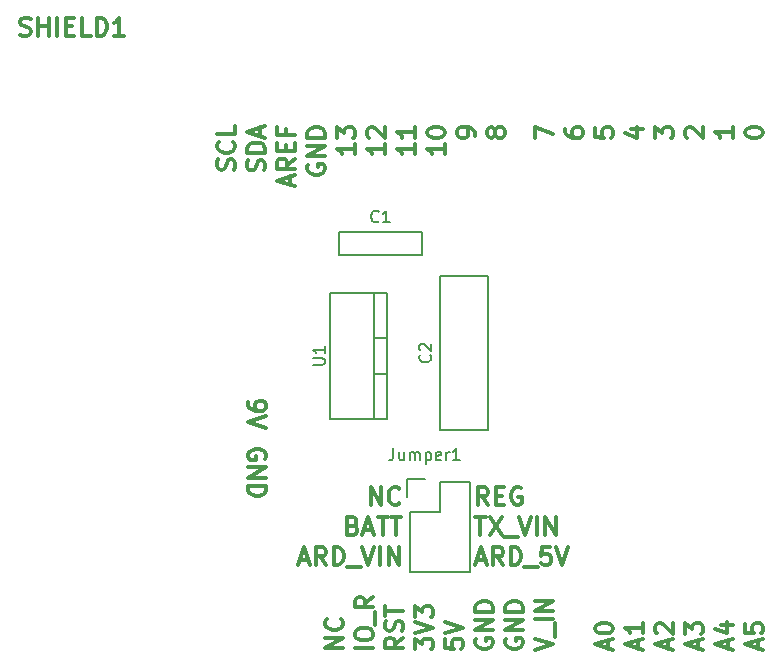
<source format=gto>
G04 #@! TF.FileFunction,Legend,Top*
%FSLAX46Y46*%
G04 Gerber Fmt 4.6, Leading zero omitted, Abs format (unit mm)*
G04 Created by KiCad (PCBNEW 4.0.1-3.201512221401+6198~38~ubuntu15.10.1-stable) date sáb 13 feb 2016 13:11:59 CLT*
%MOMM*%
G01*
G04 APERTURE LIST*
%ADD10C,0.150000*%
%ADD11C,0.300000*%
%ADD12C,0.304800*%
G04 APERTURE END LIST*
D10*
D11*
X43566514Y-72551100D02*
X44280800Y-72551100D01*
X43423657Y-72979671D02*
X43923657Y-71479671D01*
X44423657Y-72979671D01*
X45780800Y-72979671D02*
X45280800Y-72265386D01*
X44923657Y-72979671D02*
X44923657Y-71479671D01*
X45495085Y-71479671D01*
X45637943Y-71551100D01*
X45709371Y-71622529D01*
X45780800Y-71765386D01*
X45780800Y-71979671D01*
X45709371Y-72122529D01*
X45637943Y-72193957D01*
X45495085Y-72265386D01*
X44923657Y-72265386D01*
X46423657Y-72979671D02*
X46423657Y-71479671D01*
X46780800Y-71479671D01*
X46995085Y-71551100D01*
X47137943Y-71693957D01*
X47209371Y-71836814D01*
X47280800Y-72122529D01*
X47280800Y-72336814D01*
X47209371Y-72622529D01*
X47137943Y-72765386D01*
X46995085Y-72908243D01*
X46780800Y-72979671D01*
X46423657Y-72979671D01*
X47566514Y-73122529D02*
X48709371Y-73122529D01*
X48852228Y-71479671D02*
X49352228Y-72979671D01*
X49852228Y-71479671D01*
X50352228Y-72979671D02*
X50352228Y-71479671D01*
X51066514Y-72979671D02*
X51066514Y-71479671D01*
X51923657Y-72979671D01*
X51923657Y-71479671D01*
X48066515Y-69653957D02*
X48280801Y-69725386D01*
X48352229Y-69796814D01*
X48423658Y-69939671D01*
X48423658Y-70153957D01*
X48352229Y-70296814D01*
X48280801Y-70368243D01*
X48137943Y-70439671D01*
X47566515Y-70439671D01*
X47566515Y-68939671D01*
X48066515Y-68939671D01*
X48209372Y-69011100D01*
X48280801Y-69082529D01*
X48352229Y-69225386D01*
X48352229Y-69368243D01*
X48280801Y-69511100D01*
X48209372Y-69582529D01*
X48066515Y-69653957D01*
X47566515Y-69653957D01*
X48995086Y-70011100D02*
X49709372Y-70011100D01*
X48852229Y-70439671D02*
X49352229Y-68939671D01*
X49852229Y-70439671D01*
X50137943Y-68939671D02*
X50995086Y-68939671D01*
X50566515Y-70439671D02*
X50566515Y-68939671D01*
X51280800Y-68939671D02*
X52137943Y-68939671D01*
X51709372Y-70439671D02*
X51709372Y-68939671D01*
X49566514Y-67899671D02*
X49566514Y-66399671D01*
X50423657Y-67899671D01*
X50423657Y-66399671D01*
X51995086Y-67756814D02*
X51923657Y-67828243D01*
X51709371Y-67899671D01*
X51566514Y-67899671D01*
X51352229Y-67828243D01*
X51209371Y-67685386D01*
X51137943Y-67542529D01*
X51066514Y-67256814D01*
X51066514Y-67042529D01*
X51137943Y-66756814D01*
X51209371Y-66613957D01*
X51352229Y-66471100D01*
X51566514Y-66399671D01*
X51709371Y-66399671D01*
X51923657Y-66471100D01*
X51995086Y-66542529D01*
X58566514Y-72551100D02*
X59280800Y-72551100D01*
X58423657Y-72979671D02*
X58923657Y-71479671D01*
X59423657Y-72979671D01*
X60780800Y-72979671D02*
X60280800Y-72265386D01*
X59923657Y-72979671D02*
X59923657Y-71479671D01*
X60495085Y-71479671D01*
X60637943Y-71551100D01*
X60709371Y-71622529D01*
X60780800Y-71765386D01*
X60780800Y-71979671D01*
X60709371Y-72122529D01*
X60637943Y-72193957D01*
X60495085Y-72265386D01*
X59923657Y-72265386D01*
X61423657Y-72979671D02*
X61423657Y-71479671D01*
X61780800Y-71479671D01*
X61995085Y-71551100D01*
X62137943Y-71693957D01*
X62209371Y-71836814D01*
X62280800Y-72122529D01*
X62280800Y-72336814D01*
X62209371Y-72622529D01*
X62137943Y-72765386D01*
X61995085Y-72908243D01*
X61780800Y-72979671D01*
X61423657Y-72979671D01*
X62566514Y-73122529D02*
X63709371Y-73122529D01*
X64780800Y-71479671D02*
X64066514Y-71479671D01*
X63995085Y-72193957D01*
X64066514Y-72122529D01*
X64209371Y-72051100D01*
X64566514Y-72051100D01*
X64709371Y-72122529D01*
X64780800Y-72193957D01*
X64852228Y-72336814D01*
X64852228Y-72693957D01*
X64780800Y-72836814D01*
X64709371Y-72908243D01*
X64566514Y-72979671D01*
X64209371Y-72979671D01*
X64066514Y-72908243D01*
X63995085Y-72836814D01*
X65280799Y-71479671D02*
X65780799Y-72979671D01*
X66280799Y-71479671D01*
X58423657Y-68939671D02*
X59280800Y-68939671D01*
X58852229Y-70439671D02*
X58852229Y-68939671D01*
X59637943Y-68939671D02*
X60637943Y-70439671D01*
X60637943Y-68939671D02*
X59637943Y-70439671D01*
X60852228Y-70582529D02*
X61995085Y-70582529D01*
X62137942Y-68939671D02*
X62637942Y-70439671D01*
X63137942Y-68939671D01*
X63637942Y-70439671D02*
X63637942Y-68939671D01*
X64352228Y-70439671D02*
X64352228Y-68939671D01*
X65209371Y-70439671D01*
X65209371Y-68939671D01*
X59495086Y-67899671D02*
X58995086Y-67185386D01*
X58637943Y-67899671D02*
X58637943Y-66399671D01*
X59209371Y-66399671D01*
X59352229Y-66471100D01*
X59423657Y-66542529D01*
X59495086Y-66685386D01*
X59495086Y-66899671D01*
X59423657Y-67042529D01*
X59352229Y-67113957D01*
X59209371Y-67185386D01*
X58637943Y-67185386D01*
X60137943Y-67113957D02*
X60637943Y-67113957D01*
X60852229Y-67899671D02*
X60137943Y-67899671D01*
X60137943Y-66399671D01*
X60852229Y-66399671D01*
X62280800Y-66471100D02*
X62137943Y-66399671D01*
X61923657Y-66399671D01*
X61709372Y-66471100D01*
X61566514Y-66613957D01*
X61495086Y-66756814D01*
X61423657Y-67042529D01*
X61423657Y-67256814D01*
X61495086Y-67542529D01*
X61566514Y-67685386D01*
X61709372Y-67828243D01*
X61923657Y-67899671D01*
X62066514Y-67899671D01*
X62280800Y-67828243D01*
X62352229Y-67756814D01*
X62352229Y-67256814D01*
X62066514Y-67256814D01*
X81284071Y-36438114D02*
X81284071Y-36295257D01*
X81355500Y-36152400D01*
X81426929Y-36080971D01*
X81569786Y-36009542D01*
X81855500Y-35938114D01*
X82212643Y-35938114D01*
X82498357Y-36009542D01*
X82641214Y-36080971D01*
X82712643Y-36152400D01*
X82784071Y-36295257D01*
X82784071Y-36438114D01*
X82712643Y-36580971D01*
X82641214Y-36652400D01*
X82498357Y-36723828D01*
X82212643Y-36795257D01*
X81855500Y-36795257D01*
X81569786Y-36723828D01*
X81426929Y-36652400D01*
X81355500Y-36580971D01*
X81284071Y-36438114D01*
X80244071Y-35938114D02*
X80244071Y-36795257D01*
X80244071Y-36366685D02*
X78744071Y-36366685D01*
X78958357Y-36509542D01*
X79101214Y-36652400D01*
X79172643Y-36795257D01*
X76346929Y-36795257D02*
X76275500Y-36723828D01*
X76204071Y-36580971D01*
X76204071Y-36223828D01*
X76275500Y-36080971D01*
X76346929Y-36009542D01*
X76489786Y-35938114D01*
X76632643Y-35938114D01*
X76846929Y-36009542D01*
X77704071Y-36866685D01*
X77704071Y-35938114D01*
X73664071Y-36866685D02*
X73664071Y-35938114D01*
X74235500Y-36438114D01*
X74235500Y-36223828D01*
X74306929Y-36080971D01*
X74378357Y-36009542D01*
X74521214Y-35938114D01*
X74878357Y-35938114D01*
X75021214Y-36009542D01*
X75092643Y-36080971D01*
X75164071Y-36223828D01*
X75164071Y-36652400D01*
X75092643Y-36795257D01*
X75021214Y-36866685D01*
X71624071Y-36080971D02*
X72624071Y-36080971D01*
X71052643Y-36438114D02*
X72124071Y-36795257D01*
X72124071Y-35866685D01*
X68584071Y-36009542D02*
X68584071Y-36723828D01*
X69298357Y-36795257D01*
X69226929Y-36723828D01*
X69155500Y-36580971D01*
X69155500Y-36223828D01*
X69226929Y-36080971D01*
X69298357Y-36009542D01*
X69441214Y-35938114D01*
X69798357Y-35938114D01*
X69941214Y-36009542D01*
X70012643Y-36080971D01*
X70084071Y-36223828D01*
X70084071Y-36580971D01*
X70012643Y-36723828D01*
X69941214Y-36795257D01*
X66044071Y-36080971D02*
X66044071Y-36366685D01*
X66115500Y-36509542D01*
X66186929Y-36580971D01*
X66401214Y-36723828D01*
X66686929Y-36795257D01*
X67258357Y-36795257D01*
X67401214Y-36723828D01*
X67472643Y-36652400D01*
X67544071Y-36509542D01*
X67544071Y-36223828D01*
X67472643Y-36080971D01*
X67401214Y-36009542D01*
X67258357Y-35938114D01*
X66901214Y-35938114D01*
X66758357Y-36009542D01*
X66686929Y-36080971D01*
X66615500Y-36223828D01*
X66615500Y-36509542D01*
X66686929Y-36652400D01*
X66758357Y-36723828D01*
X66901214Y-36795257D01*
X63504071Y-36866685D02*
X63504071Y-35866685D01*
X65004071Y-36509542D01*
X60082929Y-36509542D02*
X60011500Y-36652400D01*
X59940071Y-36723828D01*
X59797214Y-36795257D01*
X59725786Y-36795257D01*
X59582929Y-36723828D01*
X59511500Y-36652400D01*
X59440071Y-36509542D01*
X59440071Y-36223828D01*
X59511500Y-36080971D01*
X59582929Y-36009542D01*
X59725786Y-35938114D01*
X59797214Y-35938114D01*
X59940071Y-36009542D01*
X60011500Y-36080971D01*
X60082929Y-36223828D01*
X60082929Y-36509542D01*
X60154357Y-36652400D01*
X60225786Y-36723828D01*
X60368643Y-36795257D01*
X60654357Y-36795257D01*
X60797214Y-36723828D01*
X60868643Y-36652400D01*
X60940071Y-36509542D01*
X60940071Y-36223828D01*
X60868643Y-36080971D01*
X60797214Y-36009542D01*
X60654357Y-35938114D01*
X60368643Y-35938114D01*
X60225786Y-36009542D01*
X60154357Y-36080971D01*
X60082929Y-36223828D01*
X58400071Y-36652400D02*
X58400071Y-36366685D01*
X58328643Y-36223828D01*
X58257214Y-36152400D01*
X58042929Y-36009542D01*
X57757214Y-35938114D01*
X57185786Y-35938114D01*
X57042929Y-36009542D01*
X56971500Y-36080971D01*
X56900071Y-36223828D01*
X56900071Y-36509542D01*
X56971500Y-36652400D01*
X57042929Y-36723828D01*
X57185786Y-36795257D01*
X57542929Y-36795257D01*
X57685786Y-36723828D01*
X57757214Y-36652400D01*
X57828643Y-36509542D01*
X57828643Y-36223828D01*
X57757214Y-36080971D01*
X57685786Y-36009542D01*
X57542929Y-35938114D01*
X55860071Y-37366685D02*
X55860071Y-38223828D01*
X55860071Y-37795256D02*
X54360071Y-37795256D01*
X54574357Y-37938113D01*
X54717214Y-38080971D01*
X54788643Y-38223828D01*
X54360071Y-36438114D02*
X54360071Y-36295257D01*
X54431500Y-36152400D01*
X54502929Y-36080971D01*
X54645786Y-36009542D01*
X54931500Y-35938114D01*
X55288643Y-35938114D01*
X55574357Y-36009542D01*
X55717214Y-36080971D01*
X55788643Y-36152400D01*
X55860071Y-36295257D01*
X55860071Y-36438114D01*
X55788643Y-36580971D01*
X55717214Y-36652400D01*
X55574357Y-36723828D01*
X55288643Y-36795257D01*
X54931500Y-36795257D01*
X54645786Y-36723828D01*
X54502929Y-36652400D01*
X54431500Y-36580971D01*
X54360071Y-36438114D01*
X53320071Y-37366685D02*
X53320071Y-38223828D01*
X53320071Y-37795256D02*
X51820071Y-37795256D01*
X52034357Y-37938113D01*
X52177214Y-38080971D01*
X52248643Y-38223828D01*
X53320071Y-35938114D02*
X53320071Y-36795257D01*
X53320071Y-36366685D02*
X51820071Y-36366685D01*
X52034357Y-36509542D01*
X52177214Y-36652400D01*
X52248643Y-36795257D01*
X50780071Y-37366685D02*
X50780071Y-38223828D01*
X50780071Y-37795256D02*
X49280071Y-37795256D01*
X49494357Y-37938113D01*
X49637214Y-38080971D01*
X49708643Y-38223828D01*
X49422929Y-36795257D02*
X49351500Y-36723828D01*
X49280071Y-36580971D01*
X49280071Y-36223828D01*
X49351500Y-36080971D01*
X49422929Y-36009542D01*
X49565786Y-35938114D01*
X49708643Y-35938114D01*
X49922929Y-36009542D01*
X50780071Y-36866685D01*
X50780071Y-35938114D01*
X48240071Y-37366685D02*
X48240071Y-38223828D01*
X48240071Y-37795256D02*
X46740071Y-37795256D01*
X46954357Y-37938113D01*
X47097214Y-38080971D01*
X47168643Y-38223828D01*
X46740071Y-36866685D02*
X46740071Y-35938114D01*
X47311500Y-36438114D01*
X47311500Y-36223828D01*
X47382929Y-36080971D01*
X47454357Y-36009542D01*
X47597214Y-35938114D01*
X47954357Y-35938114D01*
X48097214Y-36009542D01*
X48168643Y-36080971D01*
X48240071Y-36223828D01*
X48240071Y-36652400D01*
X48168643Y-36795257D01*
X48097214Y-36866685D01*
X44271500Y-39080972D02*
X44200071Y-39223829D01*
X44200071Y-39438115D01*
X44271500Y-39652400D01*
X44414357Y-39795258D01*
X44557214Y-39866686D01*
X44842929Y-39938115D01*
X45057214Y-39938115D01*
X45342929Y-39866686D01*
X45485786Y-39795258D01*
X45628643Y-39652400D01*
X45700071Y-39438115D01*
X45700071Y-39295258D01*
X45628643Y-39080972D01*
X45557214Y-39009543D01*
X45057214Y-39009543D01*
X45057214Y-39295258D01*
X45700071Y-38366686D02*
X44200071Y-38366686D01*
X45700071Y-37509543D01*
X44200071Y-37509543D01*
X45700071Y-36795257D02*
X44200071Y-36795257D01*
X44200071Y-36438114D01*
X44271500Y-36223829D01*
X44414357Y-36080971D01*
X44557214Y-36009543D01*
X44842929Y-35938114D01*
X45057214Y-35938114D01*
X45342929Y-36009543D01*
X45485786Y-36080971D01*
X45628643Y-36223829D01*
X45700071Y-36438114D01*
X45700071Y-36795257D01*
X42731500Y-40795257D02*
X42731500Y-40080971D01*
X43160071Y-40938114D02*
X41660071Y-40438114D01*
X43160071Y-39938114D01*
X43160071Y-38580971D02*
X42445786Y-39080971D01*
X43160071Y-39438114D02*
X41660071Y-39438114D01*
X41660071Y-38866686D01*
X41731500Y-38723828D01*
X41802929Y-38652400D01*
X41945786Y-38580971D01*
X42160071Y-38580971D01*
X42302929Y-38652400D01*
X42374357Y-38723828D01*
X42445786Y-38866686D01*
X42445786Y-39438114D01*
X42374357Y-37938114D02*
X42374357Y-37438114D01*
X43160071Y-37223828D02*
X43160071Y-37938114D01*
X41660071Y-37938114D01*
X41660071Y-37223828D01*
X42374357Y-36080971D02*
X42374357Y-36580971D01*
X43160071Y-36580971D02*
X41660071Y-36580971D01*
X41660071Y-35866685D01*
X40548643Y-39580971D02*
X40620071Y-39366685D01*
X40620071Y-39009542D01*
X40548643Y-38866685D01*
X40477214Y-38795256D01*
X40334357Y-38723828D01*
X40191500Y-38723828D01*
X40048643Y-38795256D01*
X39977214Y-38866685D01*
X39905786Y-39009542D01*
X39834357Y-39295256D01*
X39762929Y-39438114D01*
X39691500Y-39509542D01*
X39548643Y-39580971D01*
X39405786Y-39580971D01*
X39262929Y-39509542D01*
X39191500Y-39438114D01*
X39120071Y-39295256D01*
X39120071Y-38938114D01*
X39191500Y-38723828D01*
X40620071Y-38080971D02*
X39120071Y-38080971D01*
X39120071Y-37723828D01*
X39191500Y-37509543D01*
X39334357Y-37366685D01*
X39477214Y-37295257D01*
X39762929Y-37223828D01*
X39977214Y-37223828D01*
X40262929Y-37295257D01*
X40405786Y-37366685D01*
X40548643Y-37509543D01*
X40620071Y-37723828D01*
X40620071Y-38080971D01*
X40191500Y-36652400D02*
X40191500Y-35938114D01*
X40620071Y-36795257D02*
X39120071Y-36295257D01*
X40620071Y-35795257D01*
X38008643Y-39509543D02*
X38080071Y-39295257D01*
X38080071Y-38938114D01*
X38008643Y-38795257D01*
X37937214Y-38723828D01*
X37794357Y-38652400D01*
X37651500Y-38652400D01*
X37508643Y-38723828D01*
X37437214Y-38795257D01*
X37365786Y-38938114D01*
X37294357Y-39223828D01*
X37222929Y-39366686D01*
X37151500Y-39438114D01*
X37008643Y-39509543D01*
X36865786Y-39509543D01*
X36722929Y-39438114D01*
X36651500Y-39366686D01*
X36580071Y-39223828D01*
X36580071Y-38866686D01*
X36651500Y-38652400D01*
X37937214Y-37152400D02*
X38008643Y-37223829D01*
X38080071Y-37438115D01*
X38080071Y-37580972D01*
X38008643Y-37795257D01*
X37865786Y-37938115D01*
X37722929Y-38009543D01*
X37437214Y-38080972D01*
X37222929Y-38080972D01*
X36937214Y-38009543D01*
X36794357Y-37938115D01*
X36651500Y-37795257D01*
X36580071Y-37580972D01*
X36580071Y-37438115D01*
X36651500Y-37223829D01*
X36722929Y-37152400D01*
X38080071Y-35795257D02*
X38080071Y-36509543D01*
X36580071Y-36509543D01*
X82355500Y-80066686D02*
X82355500Y-79352400D01*
X82784071Y-80209543D02*
X81284071Y-79709543D01*
X82784071Y-79209543D01*
X81284071Y-77995257D02*
X81284071Y-78709543D01*
X81998357Y-78780972D01*
X81926929Y-78709543D01*
X81855500Y-78566686D01*
X81855500Y-78209543D01*
X81926929Y-78066686D01*
X81998357Y-77995257D01*
X82141214Y-77923829D01*
X82498357Y-77923829D01*
X82641214Y-77995257D01*
X82712643Y-78066686D01*
X82784071Y-78209543D01*
X82784071Y-78566686D01*
X82712643Y-78709543D01*
X82641214Y-78780972D01*
X79815500Y-80066686D02*
X79815500Y-79352400D01*
X80244071Y-80209543D02*
X78744071Y-79709543D01*
X80244071Y-79209543D01*
X79244071Y-78066686D02*
X80244071Y-78066686D01*
X78672643Y-78423829D02*
X79744071Y-78780972D01*
X79744071Y-77852400D01*
X77275500Y-80066686D02*
X77275500Y-79352400D01*
X77704071Y-80209543D02*
X76204071Y-79709543D01*
X77704071Y-79209543D01*
X76204071Y-78852400D02*
X76204071Y-77923829D01*
X76775500Y-78423829D01*
X76775500Y-78209543D01*
X76846929Y-78066686D01*
X76918357Y-77995257D01*
X77061214Y-77923829D01*
X77418357Y-77923829D01*
X77561214Y-77995257D01*
X77632643Y-78066686D01*
X77704071Y-78209543D01*
X77704071Y-78638115D01*
X77632643Y-78780972D01*
X77561214Y-78852400D01*
X74735500Y-80066686D02*
X74735500Y-79352400D01*
X75164071Y-80209543D02*
X73664071Y-79709543D01*
X75164071Y-79209543D01*
X73806929Y-78780972D02*
X73735500Y-78709543D01*
X73664071Y-78566686D01*
X73664071Y-78209543D01*
X73735500Y-78066686D01*
X73806929Y-77995257D01*
X73949786Y-77923829D01*
X74092643Y-77923829D01*
X74306929Y-77995257D01*
X75164071Y-78852400D01*
X75164071Y-77923829D01*
X72195500Y-80066686D02*
X72195500Y-79352400D01*
X72624071Y-80209543D02*
X71124071Y-79709543D01*
X72624071Y-79209543D01*
X72624071Y-77923829D02*
X72624071Y-78780972D01*
X72624071Y-78352400D02*
X71124071Y-78352400D01*
X71338357Y-78495257D01*
X71481214Y-78638115D01*
X71552643Y-78780972D01*
X69655500Y-80066686D02*
X69655500Y-79352400D01*
X70084071Y-80209543D02*
X68584071Y-79709543D01*
X70084071Y-79209543D01*
X68584071Y-78423829D02*
X68584071Y-78280972D01*
X68655500Y-78138115D01*
X68726929Y-78066686D01*
X68869786Y-77995257D01*
X69155500Y-77923829D01*
X69512643Y-77923829D01*
X69798357Y-77995257D01*
X69941214Y-78066686D01*
X70012643Y-78138115D01*
X70084071Y-78280972D01*
X70084071Y-78423829D01*
X70012643Y-78566686D01*
X69941214Y-78638115D01*
X69798357Y-78709543D01*
X69512643Y-78780972D01*
X69155500Y-78780972D01*
X68869786Y-78709543D01*
X68726929Y-78638115D01*
X68655500Y-78566686D01*
X68584071Y-78423829D01*
X63504071Y-80209543D02*
X65004071Y-79709543D01*
X63504071Y-79209543D01*
X65146929Y-79066686D02*
X65146929Y-77923829D01*
X65004071Y-77566686D02*
X63504071Y-77566686D01*
X65004071Y-76852400D02*
X63504071Y-76852400D01*
X65004071Y-75995257D01*
X63504071Y-75995257D01*
X61035500Y-79209543D02*
X60964071Y-79352400D01*
X60964071Y-79566686D01*
X61035500Y-79780971D01*
X61178357Y-79923829D01*
X61321214Y-79995257D01*
X61606929Y-80066686D01*
X61821214Y-80066686D01*
X62106929Y-79995257D01*
X62249786Y-79923829D01*
X62392643Y-79780971D01*
X62464071Y-79566686D01*
X62464071Y-79423829D01*
X62392643Y-79209543D01*
X62321214Y-79138114D01*
X61821214Y-79138114D01*
X61821214Y-79423829D01*
X62464071Y-78495257D02*
X60964071Y-78495257D01*
X62464071Y-77638114D01*
X60964071Y-77638114D01*
X62464071Y-76923828D02*
X60964071Y-76923828D01*
X60964071Y-76566685D01*
X61035500Y-76352400D01*
X61178357Y-76209542D01*
X61321214Y-76138114D01*
X61606929Y-76066685D01*
X61821214Y-76066685D01*
X62106929Y-76138114D01*
X62249786Y-76209542D01*
X62392643Y-76352400D01*
X62464071Y-76566685D01*
X62464071Y-76923828D01*
X58495500Y-79209543D02*
X58424071Y-79352400D01*
X58424071Y-79566686D01*
X58495500Y-79780971D01*
X58638357Y-79923829D01*
X58781214Y-79995257D01*
X59066929Y-80066686D01*
X59281214Y-80066686D01*
X59566929Y-79995257D01*
X59709786Y-79923829D01*
X59852643Y-79780971D01*
X59924071Y-79566686D01*
X59924071Y-79423829D01*
X59852643Y-79209543D01*
X59781214Y-79138114D01*
X59281214Y-79138114D01*
X59281214Y-79423829D01*
X59924071Y-78495257D02*
X58424071Y-78495257D01*
X59924071Y-77638114D01*
X58424071Y-77638114D01*
X59924071Y-76923828D02*
X58424071Y-76923828D01*
X58424071Y-76566685D01*
X58495500Y-76352400D01*
X58638357Y-76209542D01*
X58781214Y-76138114D01*
X59066929Y-76066685D01*
X59281214Y-76066685D01*
X59566929Y-76138114D01*
X59709786Y-76209542D01*
X59852643Y-76352400D01*
X59924071Y-76566685D01*
X59924071Y-76923828D01*
X55884071Y-79280971D02*
X55884071Y-79995257D01*
X56598357Y-80066686D01*
X56526929Y-79995257D01*
X56455500Y-79852400D01*
X56455500Y-79495257D01*
X56526929Y-79352400D01*
X56598357Y-79280971D01*
X56741214Y-79209543D01*
X57098357Y-79209543D01*
X57241214Y-79280971D01*
X57312643Y-79352400D01*
X57384071Y-79495257D01*
X57384071Y-79852400D01*
X57312643Y-79995257D01*
X57241214Y-80066686D01*
X55884071Y-78780972D02*
X57384071Y-78280972D01*
X55884071Y-77780972D01*
X53344071Y-80138114D02*
X53344071Y-79209543D01*
X53915500Y-79709543D01*
X53915500Y-79495257D01*
X53986929Y-79352400D01*
X54058357Y-79280971D01*
X54201214Y-79209543D01*
X54558357Y-79209543D01*
X54701214Y-79280971D01*
X54772643Y-79352400D01*
X54844071Y-79495257D01*
X54844071Y-79923829D01*
X54772643Y-80066686D01*
X54701214Y-80138114D01*
X53344071Y-78780972D02*
X54844071Y-78280972D01*
X53344071Y-77780972D01*
X53344071Y-77423829D02*
X53344071Y-76495258D01*
X53915500Y-76995258D01*
X53915500Y-76780972D01*
X53986929Y-76638115D01*
X54058357Y-76566686D01*
X54201214Y-76495258D01*
X54558357Y-76495258D01*
X54701214Y-76566686D01*
X54772643Y-76638115D01*
X54844071Y-76780972D01*
X54844071Y-77209544D01*
X54772643Y-77352401D01*
X54701214Y-77423829D01*
X52304071Y-79138114D02*
X51589786Y-79638114D01*
X52304071Y-79995257D02*
X50804071Y-79995257D01*
X50804071Y-79423829D01*
X50875500Y-79280971D01*
X50946929Y-79209543D01*
X51089786Y-79138114D01*
X51304071Y-79138114D01*
X51446929Y-79209543D01*
X51518357Y-79280971D01*
X51589786Y-79423829D01*
X51589786Y-79995257D01*
X52232643Y-78566686D02*
X52304071Y-78352400D01*
X52304071Y-77995257D01*
X52232643Y-77852400D01*
X52161214Y-77780971D01*
X52018357Y-77709543D01*
X51875500Y-77709543D01*
X51732643Y-77780971D01*
X51661214Y-77852400D01*
X51589786Y-77995257D01*
X51518357Y-78280971D01*
X51446929Y-78423829D01*
X51375500Y-78495257D01*
X51232643Y-78566686D01*
X51089786Y-78566686D01*
X50946929Y-78495257D01*
X50875500Y-78423829D01*
X50804071Y-78280971D01*
X50804071Y-77923829D01*
X50875500Y-77709543D01*
X50804071Y-77280972D02*
X50804071Y-76423829D01*
X52304071Y-76852400D02*
X50804071Y-76852400D01*
X49764071Y-79995257D02*
X48264071Y-79995257D01*
X48264071Y-78995257D02*
X48264071Y-78709543D01*
X48335500Y-78566685D01*
X48478357Y-78423828D01*
X48764071Y-78352400D01*
X49264071Y-78352400D01*
X49549786Y-78423828D01*
X49692643Y-78566685D01*
X49764071Y-78709543D01*
X49764071Y-78995257D01*
X49692643Y-79138114D01*
X49549786Y-79280971D01*
X49264071Y-79352400D01*
X48764071Y-79352400D01*
X48478357Y-79280971D01*
X48335500Y-79138114D01*
X48264071Y-78995257D01*
X49906929Y-78066685D02*
X49906929Y-76923828D01*
X49764071Y-75709542D02*
X49049786Y-76209542D01*
X49764071Y-76566685D02*
X48264071Y-76566685D01*
X48264071Y-75995257D01*
X48335500Y-75852399D01*
X48406929Y-75780971D01*
X48549786Y-75709542D01*
X48764071Y-75709542D01*
X48906929Y-75780971D01*
X48978357Y-75852399D01*
X49049786Y-75995257D01*
X49049786Y-76566685D01*
X47224071Y-79995257D02*
X45724071Y-79995257D01*
X47224071Y-79138114D01*
X45724071Y-79138114D01*
X47081214Y-77566685D02*
X47152643Y-77638114D01*
X47224071Y-77852400D01*
X47224071Y-77995257D01*
X47152643Y-78209542D01*
X47009786Y-78352400D01*
X46866929Y-78423828D01*
X46581214Y-78495257D01*
X46366929Y-78495257D01*
X46081214Y-78423828D01*
X45938357Y-78352400D01*
X45795500Y-78209542D01*
X45724071Y-77995257D01*
X45724071Y-77852400D01*
X45795500Y-77638114D01*
X45866929Y-77566685D01*
X40630800Y-64009543D02*
X40702229Y-63866686D01*
X40702229Y-63652400D01*
X40630800Y-63438115D01*
X40487943Y-63295257D01*
X40345086Y-63223829D01*
X40059371Y-63152400D01*
X39845086Y-63152400D01*
X39559371Y-63223829D01*
X39416514Y-63295257D01*
X39273657Y-63438115D01*
X39202229Y-63652400D01*
X39202229Y-63795257D01*
X39273657Y-64009543D01*
X39345086Y-64080972D01*
X39845086Y-64080972D01*
X39845086Y-63795257D01*
X39202229Y-64723829D02*
X40702229Y-64723829D01*
X39202229Y-65580972D01*
X40702229Y-65580972D01*
X39202229Y-66295258D02*
X40702229Y-66295258D01*
X40702229Y-66652401D01*
X40630800Y-66866686D01*
X40487943Y-67009544D01*
X40345086Y-67080972D01*
X40059371Y-67152401D01*
X39845086Y-67152401D01*
X39559371Y-67080972D01*
X39416514Y-67009544D01*
X39273657Y-66866686D01*
X39202229Y-66652401D01*
X39202229Y-66295258D01*
X39202229Y-59223829D02*
X39202229Y-59509544D01*
X39273657Y-59652401D01*
X39345086Y-59723829D01*
X39559371Y-59866687D01*
X39845086Y-59938115D01*
X40416514Y-59938115D01*
X40559371Y-59866687D01*
X40630800Y-59795258D01*
X40702229Y-59652401D01*
X40702229Y-59366687D01*
X40630800Y-59223829D01*
X40559371Y-59152401D01*
X40416514Y-59080972D01*
X40059371Y-59080972D01*
X39916514Y-59152401D01*
X39845086Y-59223829D01*
X39773657Y-59366687D01*
X39773657Y-59652401D01*
X39845086Y-59795258D01*
X39916514Y-59866687D01*
X40059371Y-59938115D01*
X40702229Y-60366686D02*
X39202229Y-60866686D01*
X40702229Y-61366686D01*
D10*
X55467500Y-61520200D02*
X55467500Y-48520200D01*
X55467500Y-48520200D02*
X59467500Y-48520200D01*
X59467500Y-48520200D02*
X59467500Y-61520200D01*
X59467500Y-61520200D02*
X55467500Y-61520200D01*
X50965100Y-53733700D02*
X49822100Y-53733700D01*
X50965100Y-56781700D02*
X49822100Y-56781700D01*
X49822100Y-60591700D02*
X46139100Y-60591700D01*
X46139100Y-60591700D02*
X46139100Y-49923700D01*
X46139100Y-49923700D02*
X49822100Y-49923700D01*
X50965100Y-60591700D02*
X49822100Y-60591700D01*
X49822100Y-60591700D02*
X49822100Y-49923700D01*
X49822100Y-49923700D02*
X50965100Y-49923700D01*
X50965100Y-55257700D02*
X50965100Y-49923700D01*
X50965100Y-55257700D02*
X50965100Y-60591700D01*
X52870100Y-68491100D02*
X52870100Y-73571100D01*
X52590100Y-65671100D02*
X54140100Y-65671100D01*
X55410100Y-65951100D02*
X55410100Y-68491100D01*
X55410100Y-68491100D02*
X52870100Y-68491100D01*
X52870100Y-73571100D02*
X57950100Y-73571100D01*
X57950100Y-73571100D02*
X57950100Y-68491100D01*
X52590100Y-65671100D02*
X52590100Y-67221100D01*
X57950100Y-65951100D02*
X55410100Y-65951100D01*
X57950100Y-68491100D02*
X57950100Y-65951100D01*
X46891700Y-44770800D02*
X53891700Y-44770800D01*
X53891700Y-44770800D02*
X53891700Y-46770800D01*
X53891700Y-46770800D02*
X46891700Y-46770800D01*
X46891700Y-46770800D02*
X46891700Y-44770800D01*
D12*
X19904529Y-28099657D02*
X20122243Y-28172229D01*
X20485100Y-28172229D01*
X20630243Y-28099657D01*
X20702814Y-28027086D01*
X20775386Y-27881943D01*
X20775386Y-27736800D01*
X20702814Y-27591657D01*
X20630243Y-27519086D01*
X20485100Y-27446514D01*
X20194814Y-27373943D01*
X20049672Y-27301371D01*
X19977100Y-27228800D01*
X19904529Y-27083657D01*
X19904529Y-26938514D01*
X19977100Y-26793371D01*
X20049672Y-26720800D01*
X20194814Y-26648229D01*
X20557672Y-26648229D01*
X20775386Y-26720800D01*
X21428529Y-28172229D02*
X21428529Y-26648229D01*
X21428529Y-27373943D02*
X22299386Y-27373943D01*
X22299386Y-28172229D02*
X22299386Y-26648229D01*
X23025100Y-28172229D02*
X23025100Y-26648229D01*
X23750814Y-27373943D02*
X24258814Y-27373943D01*
X24476528Y-28172229D02*
X23750814Y-28172229D01*
X23750814Y-26648229D01*
X24476528Y-26648229D01*
X25855385Y-28172229D02*
X25129671Y-28172229D01*
X25129671Y-26648229D01*
X26363385Y-28172229D02*
X26363385Y-26648229D01*
X26726242Y-26648229D01*
X26943957Y-26720800D01*
X27089099Y-26865943D01*
X27161671Y-27011086D01*
X27234242Y-27301371D01*
X27234242Y-27519086D01*
X27161671Y-27809371D01*
X27089099Y-27954514D01*
X26943957Y-28099657D01*
X26726242Y-28172229D01*
X26363385Y-28172229D01*
X28685671Y-28172229D02*
X27814814Y-28172229D01*
X28250242Y-28172229D02*
X28250242Y-26648229D01*
X28105099Y-26865943D01*
X27959957Y-27011086D01*
X27814814Y-27083657D01*
D10*
X54574643Y-55186866D02*
X54622262Y-55234485D01*
X54669881Y-55377342D01*
X54669881Y-55472580D01*
X54622262Y-55615438D01*
X54527024Y-55710676D01*
X54431786Y-55758295D01*
X54241310Y-55805914D01*
X54098452Y-55805914D01*
X53907976Y-55758295D01*
X53812738Y-55710676D01*
X53717500Y-55615438D01*
X53669881Y-55472580D01*
X53669881Y-55377342D01*
X53717500Y-55234485D01*
X53765119Y-55186866D01*
X53765119Y-54805914D02*
X53717500Y-54758295D01*
X53669881Y-54663057D01*
X53669881Y-54424961D01*
X53717500Y-54329723D01*
X53765119Y-54282104D01*
X53860357Y-54234485D01*
X53955595Y-54234485D01*
X54098452Y-54282104D01*
X54669881Y-54853533D01*
X54669881Y-54234485D01*
X44651681Y-56032305D02*
X45461205Y-56032305D01*
X45556443Y-55984686D01*
X45604062Y-55937067D01*
X45651681Y-55841829D01*
X45651681Y-55651352D01*
X45604062Y-55556114D01*
X45556443Y-55508495D01*
X45461205Y-55460876D01*
X44651681Y-55460876D01*
X45651681Y-54460876D02*
X45651681Y-55032305D01*
X45651681Y-54746591D02*
X44651681Y-54746591D01*
X44794538Y-54841829D01*
X44889776Y-54937067D01*
X44937395Y-55032305D01*
X51484543Y-63104781D02*
X51484543Y-63819067D01*
X51436923Y-63961924D01*
X51341685Y-64057162D01*
X51198828Y-64104781D01*
X51103590Y-64104781D01*
X52389305Y-63438114D02*
X52389305Y-64104781D01*
X51960733Y-63438114D02*
X51960733Y-63961924D01*
X52008352Y-64057162D01*
X52103590Y-64104781D01*
X52246448Y-64104781D01*
X52341686Y-64057162D01*
X52389305Y-64009543D01*
X52865495Y-64104781D02*
X52865495Y-63438114D01*
X52865495Y-63533352D02*
X52913114Y-63485733D01*
X53008352Y-63438114D01*
X53151210Y-63438114D01*
X53246448Y-63485733D01*
X53294067Y-63580971D01*
X53294067Y-64104781D01*
X53294067Y-63580971D02*
X53341686Y-63485733D01*
X53436924Y-63438114D01*
X53579781Y-63438114D01*
X53675019Y-63485733D01*
X53722638Y-63580971D01*
X53722638Y-64104781D01*
X54198828Y-63438114D02*
X54198828Y-64438114D01*
X54198828Y-63485733D02*
X54294066Y-63438114D01*
X54484543Y-63438114D01*
X54579781Y-63485733D01*
X54627400Y-63533352D01*
X54675019Y-63628590D01*
X54675019Y-63914305D01*
X54627400Y-64009543D01*
X54579781Y-64057162D01*
X54484543Y-64104781D01*
X54294066Y-64104781D01*
X54198828Y-64057162D01*
X55484543Y-64057162D02*
X55389305Y-64104781D01*
X55198828Y-64104781D01*
X55103590Y-64057162D01*
X55055971Y-63961924D01*
X55055971Y-63580971D01*
X55103590Y-63485733D01*
X55198828Y-63438114D01*
X55389305Y-63438114D01*
X55484543Y-63485733D01*
X55532162Y-63580971D01*
X55532162Y-63676210D01*
X55055971Y-63771448D01*
X55960733Y-64104781D02*
X55960733Y-63438114D01*
X55960733Y-63628590D02*
X56008352Y-63533352D01*
X56055971Y-63485733D01*
X56151209Y-63438114D01*
X56246448Y-63438114D01*
X57103591Y-64104781D02*
X56532162Y-64104781D01*
X56817876Y-64104781D02*
X56817876Y-63104781D01*
X56722638Y-63247638D01*
X56627400Y-63342876D01*
X56532162Y-63390495D01*
X50225034Y-43877943D02*
X50177415Y-43925562D01*
X50034558Y-43973181D01*
X49939320Y-43973181D01*
X49796462Y-43925562D01*
X49701224Y-43830324D01*
X49653605Y-43735086D01*
X49605986Y-43544610D01*
X49605986Y-43401752D01*
X49653605Y-43211276D01*
X49701224Y-43116038D01*
X49796462Y-43020800D01*
X49939320Y-42973181D01*
X50034558Y-42973181D01*
X50177415Y-43020800D01*
X50225034Y-43068419D01*
X51177415Y-43973181D02*
X50605986Y-43973181D01*
X50891700Y-43973181D02*
X50891700Y-42973181D01*
X50796462Y-43116038D01*
X50701224Y-43211276D01*
X50605986Y-43258895D01*
M02*

</source>
